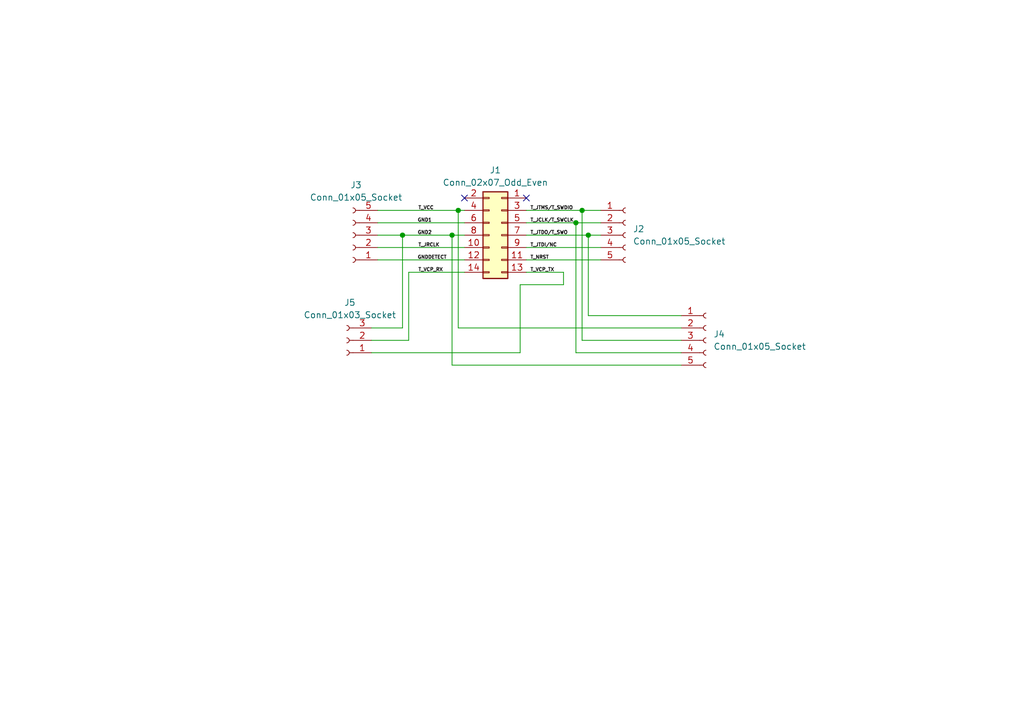
<source format=kicad_sch>
(kicad_sch (version 20230121) (generator eeschema)
  (paper "A5")
  (lib_symbols
    (symbol "Connector:Conn_01x03_Socket" (pin_names (offset 1.016) hide)
      (property "Reference" "J" (at 0 5.08 0))
      (property "Value" "Conn_01x03_Socket" (at 0 -5.08 0))
      (symbol "Conn_01x03_Socket_1_1"
        (arc (start 0 -2.032) (mid -0.5058 -2.54) (end 0 -3.048) (stroke (width 0.1524)))
        (polyline (pts (xy -1.27 -2.54) (xy -0.508 -2.54)) (stroke (width 0.1524)))
        (polyline (pts (xy -1.27 0) (xy -0.508 0)) (stroke (width 0.1524)))
        (polyline (pts (xy -1.27 2.54) (xy -0.508 2.54)) (stroke (width 0.1524)))
        (arc (start 0 0.508) (mid -0.5058 0) (end 0 -0.508) (stroke (width 0.1524)))
        (arc (start 0 3.048) (mid -0.5058 2.54) (end 0 2.032) (stroke (width 0.1524)))
        (pin passive line (at -5.08 2.54 0) (length 3.81) (name "Pin_1") (number "1"))
        (pin passive line (at -5.08 0 0) (length 3.81) (name "Pin_2") (number "2"))
        (pin passive line (at -5.08 -2.54 0) (length 3.81) (name "Pin_3") (number "3"))
      )
    )
    (symbol "Connector:Conn_01x05_Socket" (pin_names (offset 1.016) hide)
      (property "Reference" "J" (at 0 7.62 0))
      (property "Value" "Conn_01x05_Socket" (at 0 -7.62 0))
      (symbol "Conn_01x05_Socket_1_1"
        (arc (start 0 -4.572) (mid -0.5058 -5.08) (end 0 -5.588) (stroke (width 0.1524)))
        (arc (start 0 -2.032) (mid -0.5058 -2.54) (end 0 -3.048) (stroke (width 0.1524)))
        (polyline (pts (xy -1.27 -5.08) (xy -0.508 -5.08)) (stroke (width 0.1524)))
        (polyline (pts (xy -1.27 -2.54) (xy -0.508 -2.54)) (stroke (width 0.1524)))
        (polyline (pts (xy -1.27 0) (xy -0.508 0)) (stroke (width 0.1524)))
        (polyline (pts (xy -1.27 2.54) (xy -0.508 2.54)) (stroke (width 0.1524)))
        (polyline (pts (xy -1.27 5.08) (xy -0.508 5.08)) (stroke (width 0.1524)))
        (arc (start 0 0.508) (mid -0.5058 0) (end 0 -0.508) (stroke (width 0.1524)))
        (arc (start 0 3.048) (mid -0.5058 2.54) (end 0 2.032) (stroke (width 0.1524)))
        (arc (start 0 5.588) (mid -0.5058 5.08) (end 0 4.572) (stroke (width 0.1524)))
        (pin passive line (at -5.08 5.08 0) (length 3.81) (name "Pin_1") (number "1"))
        (pin passive line (at -5.08 2.54 0) (length 3.81) (name "Pin_2") (number "2"))
        (pin passive line (at -5.08 0 0) (length 3.81) (name "Pin_3") (number "3"))
        (pin passive line (at -5.08 -2.54 0) (length 3.81) (name "Pin_4") (number "4"))
        (pin passive line (at -5.08 -5.08 0) (length 3.81) (name "Pin_5") (number "5"))
      )
    )
    (symbol "Connector_Generic:Conn_02x07_Odd_Even" (pin_names (offset 1.016) hide)
      (property "Reference" "J" (at 1.27 10.16 0))
      (property "Value" "Conn_02x07_Odd_Even" (at 1.27 -10.16 0))
      (symbol "Conn_02x07_Odd_Even_1_1"
        (rectangle (start -1.27 -7.493) (end 0 -7.747) (stroke (width 0.1524)))
        (rectangle (start -1.27 -4.953) (end 0 -5.207) (stroke (width 0.1524)))
        (rectangle (start -1.27 -2.413) (end 0 -2.667) (stroke (width 0.1524)))
        (rectangle (start -1.27 0.127) (end 0 -0.127) (stroke (width 0.1524)))
        (rectangle (start -1.27 2.667) (end 0 2.413) (stroke (width 0.1524)))
        (rectangle (start -1.27 5.207) (end 0 4.953) (stroke (width 0.1524)))
        (rectangle (start -1.27 7.747) (end 0 7.493) (stroke (width 0.1524)))
        (rectangle (start -1.27 8.89) (end 3.81 -8.89) (stroke (width 0.254)) (fill (type background)))
        (rectangle (start 3.81 -7.493) (end 2.54 -7.747) (stroke (width 0.1524)))
        (rectangle (start 3.81 -4.953) (end 2.54 -5.207) (stroke (width 0.1524)))
        (rectangle (start 3.81 -2.413) (end 2.54 -2.667) (stroke (width 0.1524)))
        (rectangle (start 3.81 0.127) (end 2.54 -0.127) (stroke (width 0.1524)))
        (rectangle (start 3.81 2.667) (end 2.54 2.413) (stroke (width 0.1524)))
        (rectangle (start 3.81 5.207) (end 2.54 4.953) (stroke (width 0.1524)))
        (rectangle (start 3.81 7.747) (end 2.54 7.493) (stroke (width 0.1524)))
        (pin passive line (at -5.08 7.62 0) (length 3.81) (name "Pin_1") (number "1"))
        (pin passive line (at 7.62 -2.54 180) (length 3.81) (name "Pin_10") (number "10"))
        (pin passive line (at -5.08 -5.08 0) (length 3.81) (name "Pin_11") (number "11"))
        (pin passive line (at 7.62 -5.08 180) (length 3.81) (name "Pin_12") (number "12"))
        (pin passive line (at -5.08 -7.62 0) (length 3.81) (name "Pin_13") (number "13"))
        (pin passive line (at 7.62 -7.62 180) (length 3.81) (name "Pin_14") (number "14"))
        (pin passive line (at 7.62 7.62 180) (length 3.81) (name "Pin_2") (number "2"))
        (pin passive line (at -5.08 5.08 0) (length 3.81) (name "Pin_3") (number "3"))
        (pin passive line (at 7.62 5.08 180) (length 3.81) (name "Pin_4") (number "4"))
        (pin passive line (at -5.08 2.54 0) (length 3.81) (name "Pin_5") (number "5"))
        (pin passive line (at 7.62 2.54 180) (length 3.81) (name "Pin_6") (number "6"))
        (pin passive line (at -5.08 0 0) (length 3.81) (name "Pin_7") (number "7"))
        (pin passive line (at 7.62 0 180) (length 3.81) (name "Pin_8") (number "8"))
        (pin passive line (at -5.08 -2.54 0) (length 3.81) (name "Pin_9") (number "9"))
      )
    )
  )
  (junction (at 93.98 43.18))
  (junction (at 118.11 45.72))
  (junction (at 120.65 48.26))
  (junction (at 82.55 48.26))
  (junction (at 92.71 48.26))
  (junction (at 119.38 43.18))
  (no_connect (at 95.25 40.64))
  (no_connect (at 107.95 40.64))
  (wire (pts (xy 93.98 43.18) (xy 93.98 67.31)))
  (wire (pts (xy 77.47 53.34) (xy 95.25 53.34)))
  (wire (pts (xy 76.2 72.39) (xy 106.68 72.39)))
  (wire (pts (xy 139.7 72.39) (xy 118.11 72.39)))
  (wire (pts (xy 107.95 53.34) (xy 123.19 53.34)))
  (wire (pts (xy 120.65 48.26) (xy 120.65 64.77)))
  (wire (pts (xy 76.2 69.85) (xy 83.82 69.85)))
  (wire (pts (xy 119.38 43.18) (xy 123.19 43.18)))
  (wire (pts (xy 107.95 50.8) (xy 123.19 50.8)))
  (wire (pts (xy 139.7 67.31) (xy 93.98 67.31)))
  (wire (pts (xy 119.38 43.18) (xy 119.38 69.85)))
  (wire (pts (xy 77.47 48.26) (xy 82.55 48.26)))
  (wire (pts (xy 82.55 48.26) (xy 82.55 67.31)))
  (wire (pts (xy 83.82 55.88) (xy 83.82 69.85)))
  (wire (pts (xy 139.7 64.77) (xy 120.65 64.77)))
  (wire (pts (xy 76.2 67.31) (xy 82.55 67.31)))
  (wire (pts (xy 118.11 45.72) (xy 123.19 45.72)))
  (wire (pts (xy 83.82 55.88) (xy 95.25 55.88)))
  (wire (pts (xy 77.47 50.8) (xy 95.25 50.8)))
  (wire (pts (xy 77.47 43.18) (xy 93.98 43.18)))
  (wire (pts (xy 92.71 74.93) (xy 139.7 74.93)))
  (wire (pts (xy 107.95 45.72) (xy 118.11 45.72)))
  (wire (pts (xy 107.95 43.18) (xy 119.38 43.18)))
  (wire (pts (xy 77.47 45.72) (xy 95.25 45.72)))
  (wire (pts (xy 92.71 48.26) (xy 92.71 74.93)))
  (wire (pts (xy 118.11 45.72) (xy 118.11 72.39)))
  (wire (pts (xy 107.95 48.26) (xy 120.65 48.26)))
  (wire (pts (xy 92.71 48.26) (xy 95.25 48.26)))
  (wire (pts (xy 106.68 58.42) (xy 115.57 58.42)))
  (wire (pts (xy 139.7 69.85) (xy 119.38 69.85)))
  (wire (pts (xy 115.57 58.42) (xy 115.57 55.88)))
  (wire (pts (xy 93.98 43.18) (xy 95.25 43.18)))
  (wire (pts (xy 106.68 72.39) (xy 106.68 58.42)))
  (wire (pts (xy 120.65 48.26) (xy 123.19 48.26)))
  (wire (pts (xy 107.95 55.88) (xy 115.57 55.88)))
  (wire (pts (xy 82.55 48.26) (xy 92.71 48.26)))
  (label "GNDDETECT" (at 85.598 53.34 0) (effects (font (size 0.7 0.7))))
  (label "T_JTMS{slash}T_SWDIO" (at 108.712 43.18 0) (effects (font (size 0.7 0.7))))
  (label "T_JRCLK" (at 85.725 50.8 0) (effects (font (size 0.7 0.7))))
  (label "GND2" (at 85.598 48.26 0) (effects (font (size 0.7 0.7))))
  (label "T_JTDI{slash}NC" (at 108.712 50.8 0) (effects (font (size 0.7 0.7))))
  (label "T_VCC" (at 85.725 43.18 0) (effects (font (size 0.7 0.7))))
  (label "T_VCP_TX" (at 108.712 55.88 0) (effects (font (size 0.7 0.7))))
  (label "T_VCP_RX" (at 85.725 55.88 0) (effects (font (size 0.7 0.7))))
  (label "GND1" (at 85.598 45.72 0) (effects (font (size 0.7 0.7))))
  (label "T_JTDO{slash}T_SWO" (at 108.712 48.26 0) (effects (font (size 0.7 0.7))))
  (label "T_JCLK{slash}T_SWCLK" (at 108.712 45.72 0) (effects (font (size 0.7 0.7))))
  (label "T_NRST" (at 108.712 53.34 0) (effects (font (size 0.7 0.7))))
  (symbol (lib_id "Connector:Conn_01x05_Socket") (at 144.78 69.85 0) (unit 1)
    (property "Reference" "J4" (at 146.304 68.58 0) (effects (justify left)))
    (property "Value" "Conn_01x05_Socket" (at 146.304 71.12 0) (effects (justify left)))
    (property "Footprint" "Connector_PinSocket_2.54mm:PinSocket_1x05_P2.54mm_Vertical" (effects hide))
  )
  (symbol (lib_id "Connector:Conn_01x05_Socket") (at 72.39 48.26 180) (unit 1)
    (property "Reference" "J3" (at 73.025 37.973 0))
    (property "Value" "Conn_01x05_Socket" (at 73.025 40.513 0))
    (property "Footprint" "Connector_PinHeader_2.54mm:PinHeader_1x05_P2.54mm_Vertical" (effects hide))
  )
  (symbol (lib_id "Connector:Conn_01x05_Socket") (at 128.27 48.26 0) (unit 1)
    (property "Reference" "J2" (at 129.794 46.99 0) (effects (justify left)))
    (property "Value" "Conn_01x05_Socket" (at 129.794 49.53 0) (effects (justify left)))
    (property "Footprint" "Connector_PinHeader_2.54mm:PinHeader_1x05_P2.54mm_Vertical" (effects hide))
  )
  (symbol (lib_id "Connector_Generic:Conn_02x07_Odd_Even") (at 102.87 48.26 0) (mirror y) (unit 1)
    (property "Reference" "J1" (at 101.6 34.925 0))
    (property "Value" "Conn_02x07_Odd_Even" (at 101.6 37.465 0))
    (property "Footprint" "Connector_PinSocket_1.27mm:PinSocket_2x07_P1.27mm_Vertical" (effects hide))
    (property "JLC#" "C2881912" (effects hide))
  )
  (symbol (lib_id "Connector:Conn_01x03_Socket") (at 71.12 69.85 180) (unit 1)
    (property "Reference" "J5" (at 71.755 62.103 0))
    (property "Value" "Conn_01x03_Socket" (at 71.755 64.643 0))
    (property "Footprint" "Connector_PinSocket_2.54mm:PinSocket_1x03_P2.54mm_Vertical" (effects hide))
  )
)
</source>
